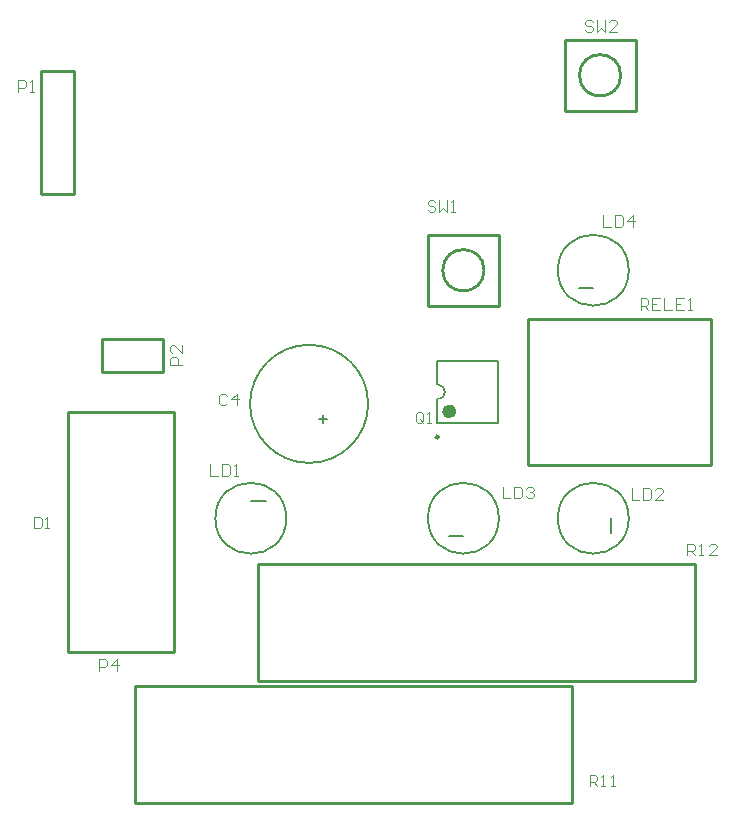
<source format=gto>
G04 Layer_Color=127485*
%FSLAX25Y25*%
%MOIN*%
G70*
G01*
G75*
%ADD36C,0.00787*%
%ADD37C,0.01000*%
%ADD38C,0.00984*%
%ADD39C,0.02362*%
%ADD40C,0.00394*%
D36*
X-23622Y-42126D02*
G03*
X-23622Y-42126I-11811J0D01*
G01*
X90551D02*
G03*
X90551Y-42126I-11811J0D01*
G01*
X47244D02*
G03*
X47244Y-42126I-11811J0D01*
G01*
X90551Y40551D02*
G03*
X90551Y40551I-11811J0D01*
G01*
X26757Y-2529D02*
G03*
X26757Y2471I0J2500D01*
G01*
X3685Y-4000D02*
G03*
X3685Y-4000I-19685J0D01*
G01*
X-35433Y-36220D02*
X-30528D01*
X84646Y-47032D02*
Y-42126D01*
X30528Y-48031D02*
X35433D01*
X73835Y34646D02*
X78740D01*
X26757Y-10462D02*
X46836D01*
X26757Y10404D02*
X46836D01*
X26757Y-10462D02*
Y-2529D01*
Y2471D02*
Y10404D01*
X46836Y-10462D02*
Y10404D01*
X-10000Y-8968D02*
X-12624D01*
X-11312Y-10280D02*
Y-7656D01*
D37*
X42323Y40551D02*
G03*
X42323Y40551I-6890J0D01*
G01*
X87890Y105500D02*
G03*
X87890Y105500I-6890J0D01*
G01*
X23622Y28740D02*
X47244D01*
Y52362D01*
X23622D02*
X47244D01*
X23622Y28740D02*
Y52362D01*
X-96457Y-86717D02*
X-61024D01*
X-96457D02*
Y-6717D01*
X-61024Y-86717D02*
Y-6717D01*
X-96457D02*
X-61024D01*
X57087Y24409D02*
X118110D01*
X57087Y-24409D02*
Y24409D01*
Y-24409D02*
X118110D01*
Y24409D01*
X92811Y93689D02*
Y117311D01*
X69189D02*
X92811D01*
X69189Y93689D02*
Y117311D01*
Y93689D02*
X92811D01*
X-94500Y87000D02*
Y94685D01*
X-105500Y87000D02*
Y95185D01*
X-94500Y94685D02*
Y107000D01*
X-105500D02*
X-94500D01*
X-105500Y95185D02*
Y107000D01*
X-94500Y66000D02*
Y72685D01*
X-105500Y66000D02*
Y73185D01*
Y66000D02*
X-94500D01*
Y72685D02*
Y76000D01*
X-105500Y73185D02*
Y76000D01*
Y84185D02*
Y87000D01*
X-94500Y83685D02*
Y87000D01*
X-105500Y76000D02*
Y84185D01*
X-94500Y76000D02*
Y83685D01*
X-85000Y6500D02*
X-64579D01*
X-85000Y17500D02*
X-64579D01*
Y6500D02*
Y17500D01*
X-85000Y6500D02*
Y17500D01*
X-74075Y-98000D02*
X71595D01*
Y-137000D02*
Y-98000D01*
X-74075Y-137000D02*
Y-98000D01*
Y-137000D02*
X71595D01*
X-33094Y-57500D02*
X112575D01*
Y-96500D02*
Y-57500D01*
X-33094Y-96500D02*
Y-57500D01*
Y-96500D02*
X112575D01*
D38*
X27170Y-15029D02*
G03*
X27170Y-15029I-492J0D01*
G01*
D39*
X31875Y-6525D02*
G03*
X31875Y-6525I-1181J0D01*
G01*
D40*
X78624Y123280D02*
X77968Y123936D01*
X76656D01*
X76000Y123280D01*
Y122624D01*
X76656Y121968D01*
X77968D01*
X78624Y121312D01*
Y120656D01*
X77968Y120000D01*
X76656D01*
X76000Y120656D01*
X79936Y123936D02*
Y120000D01*
X81248Y121312D01*
X82560Y120000D01*
Y123936D01*
X86495Y120000D02*
X83872D01*
X86495Y122624D01*
Y123280D01*
X85839Y123936D01*
X84527D01*
X83872Y123280D01*
X-58500Y9000D02*
X-62436D01*
Y10968D01*
X-61780Y11624D01*
X-60468D01*
X-59812Y10968D01*
Y9000D01*
X-58500Y15560D02*
Y12936D01*
X-61124Y15560D01*
X-61780D01*
X-62436Y14904D01*
Y13592D01*
X-61780Y12936D01*
X-107809Y-41564D02*
Y-45500D01*
X-105841D01*
X-105185Y-44844D01*
Y-42220D01*
X-105841Y-41564D01*
X-107809D01*
X-103873Y-45500D02*
X-102561D01*
X-103217D01*
Y-41564D01*
X-103873Y-42220D01*
X-49000Y-24064D02*
Y-28000D01*
X-46376D01*
X-45064Y-24064D02*
Y-28000D01*
X-43096D01*
X-42440Y-27344D01*
Y-24720D01*
X-43096Y-24064D01*
X-45064D01*
X-41129Y-28000D02*
X-39817D01*
X-40473D01*
Y-24064D01*
X-41129Y-24720D01*
X91500Y-32064D02*
Y-36000D01*
X94124D01*
X95436Y-32064D02*
Y-36000D01*
X97404D01*
X98060Y-35344D01*
Y-32720D01*
X97404Y-32064D01*
X95436D01*
X101995Y-36000D02*
X99371D01*
X101995Y-33376D01*
Y-32720D01*
X101339Y-32064D01*
X100027D01*
X99371Y-32720D01*
X48500Y-31564D02*
Y-35500D01*
X51124D01*
X52436Y-31564D02*
Y-35500D01*
X54404D01*
X55060Y-34844D01*
Y-32220D01*
X54404Y-31564D01*
X52436D01*
X56371Y-32220D02*
X57027Y-31564D01*
X58339D01*
X58995Y-32220D01*
Y-32876D01*
X58339Y-33532D01*
X57683D01*
X58339D01*
X58995Y-34188D01*
Y-34844D01*
X58339Y-35500D01*
X57027D01*
X56371Y-34844D01*
X82000Y58936D02*
Y55000D01*
X84624D01*
X85936Y58936D02*
Y55000D01*
X87904D01*
X88560Y55656D01*
Y58280D01*
X87904Y58936D01*
X85936D01*
X91839Y55000D02*
Y58936D01*
X89872Y56968D01*
X92495D01*
X-113000Y100000D02*
Y103936D01*
X-111032D01*
X-110376Y103280D01*
Y101968D01*
X-111032Y101312D01*
X-113000D01*
X-109064Y100000D02*
X-107752D01*
X-108408D01*
Y103936D01*
X-109064Y103280D01*
X22124Y-9844D02*
Y-7220D01*
X21468Y-6564D01*
X20156D01*
X19500Y-7220D01*
Y-9844D01*
X20156Y-10500D01*
X21468D01*
X20812Y-9188D02*
X22124Y-10500D01*
X21468D02*
X22124Y-9844D01*
X23436Y-10500D02*
X24748D01*
X24092D01*
Y-6564D01*
X23436Y-7220D01*
X26124Y63280D02*
X25468Y63936D01*
X24156D01*
X23500Y63280D01*
Y62624D01*
X24156Y61968D01*
X25468D01*
X26124Y61312D01*
Y60656D01*
X25468Y60000D01*
X24156D01*
X23500Y60656D01*
X27436Y63936D02*
Y60000D01*
X28748Y61312D01*
X30060Y60000D01*
Y63936D01*
X31372Y60000D02*
X32683D01*
X32027D01*
Y63936D01*
X31372Y63280D01*
X-86000Y-93000D02*
Y-89064D01*
X-84032D01*
X-83376Y-89720D01*
Y-91032D01*
X-84032Y-91688D01*
X-86000D01*
X-80096Y-93000D02*
Y-89064D01*
X-82064Y-91032D01*
X-79440D01*
X94492Y27315D02*
Y31251D01*
X96460D01*
X97116Y30595D01*
Y29283D01*
X96460Y28627D01*
X94492D01*
X95804D02*
X97116Y27315D01*
X101052Y31251D02*
X98428D01*
Y27315D01*
X101052D01*
X98428Y29283D02*
X99740D01*
X102364Y31251D02*
Y27315D01*
X104987D01*
X108923Y31251D02*
X106299D01*
Y27315D01*
X108923D01*
X106299Y29283D02*
X107611D01*
X110235Y27315D02*
X111547D01*
X110891D01*
Y31251D01*
X110235Y30595D01*
X77500Y-131500D02*
Y-127564D01*
X79468D01*
X80124Y-128220D01*
Y-129532D01*
X79468Y-130188D01*
X77500D01*
X78812D02*
X80124Y-131500D01*
X81436D02*
X82748D01*
X82092D01*
Y-127564D01*
X81436Y-128220D01*
X84715Y-131500D02*
X86027D01*
X85372D01*
Y-127564D01*
X84715Y-128220D01*
X110000Y-54500D02*
Y-50564D01*
X111968D01*
X112624Y-51220D01*
Y-52532D01*
X111968Y-53188D01*
X110000D01*
X111312D02*
X112624Y-54500D01*
X113936D02*
X115248D01*
X114592D01*
Y-50564D01*
X113936Y-51220D01*
X119839Y-54500D02*
X117216D01*
X119839Y-51876D01*
Y-51220D01*
X119183Y-50564D01*
X117871D01*
X117216Y-51220D01*
X-43376Y-1220D02*
X-44032Y-564D01*
X-45344D01*
X-46000Y-1220D01*
Y-3844D01*
X-45344Y-4500D01*
X-44032D01*
X-43376Y-3844D01*
X-40096Y-4500D02*
Y-564D01*
X-42064Y-2532D01*
X-39440D01*
M02*

</source>
